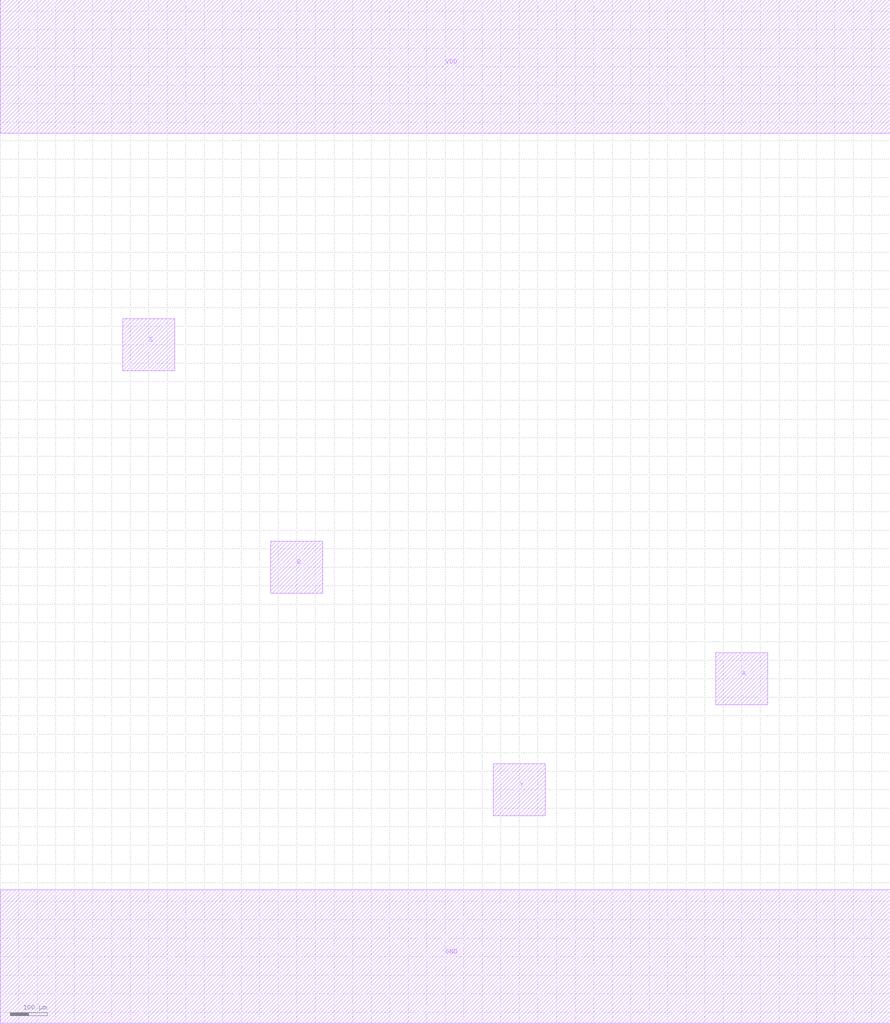
<source format=lef>
MACRO MUX2X1
 CLASS CORE ;
 ORIGIN 0 0 ;
 FOREIGN MUX2X1 0 0 ;
 SITE CORE ;
 SYMMETRY X Y R90 ;
  PIN VDD
   DIRECTION INOUT ;
   USE SIGNAL ;
   SHAPE ABUTMENT ;
    PORT
     CLASS CORE ;
       LAYER metal2 ;
        RECT 0.00000000 2220.00000000 2400.00000000 2580.00000000 ;
    END
  END VDD

  PIN GND
   DIRECTION INOUT ;
   USE SIGNAL ;
   SHAPE ABUTMENT ;
    PORT
     CLASS CORE ;
       LAYER metal2 ;
        RECT 0.00000000 -180.00000000 2400.00000000 180.00000000 ;
    END
  END GND

  PIN S
   DIRECTION INOUT ;
   USE SIGNAL ;
   SHAPE ABUTMENT ;
    PORT
     CLASS CORE ;
       LAYER metal2 ;
        RECT 330.00000000 1580.00000000 470.00000000 1720.00000000 ;
    END
  END S

  PIN B
   DIRECTION INOUT ;
   USE SIGNAL ;
   SHAPE ABUTMENT ;
    PORT
     CLASS CORE ;
       LAYER metal2 ;
        RECT 730.00000000 980.00000000 870.00000000 1120.00000000 ;
    END
  END B

  PIN A
   DIRECTION INOUT ;
   USE SIGNAL ;
   SHAPE ABUTMENT ;
    PORT
     CLASS CORE ;
       LAYER metal2 ;
        RECT 1930.00000000 680.00000000 2070.00000000 820.00000000 ;
    END
  END A

  PIN Y
   DIRECTION INOUT ;
   USE SIGNAL ;
   SHAPE ABUTMENT ;
    PORT
     CLASS CORE ;
       LAYER metal2 ;
        RECT 1330.00000000 380.00000000 1470.00000000 520.00000000 ;
    END
  END Y


END MUX2X1

</source>
